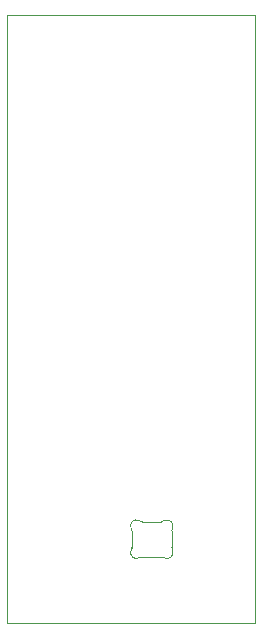
<source format=gbr>
%TF.GenerationSoftware,KiCad,Pcbnew,9.0.6*%
%TF.CreationDate,2026-01-03T15:13:42+00:00*%
%TF.ProjectId,Metaboard,4d657461-626f-4617-9264-2e6b69636164,rev?*%
%TF.SameCoordinates,Original*%
%TF.FileFunction,Profile,NP*%
%FSLAX46Y46*%
G04 Gerber Fmt 4.6, Leading zero omitted, Abs format (unit mm)*
G04 Created by KiCad (PCBNEW 9.0.6) date 2026-01-03 15:13:42*
%MOMM*%
%LPD*%
G01*
G04 APERTURE LIST*
%TA.AperFunction,Profile*%
%ADD10C,0.050000*%
%TD*%
%TA.AperFunction,Profile*%
%ADD11C,0.100000*%
%TD*%
G04 APERTURE END LIST*
D10*
X101100000Y-66500000D02*
X122100000Y-66500000D01*
X122100000Y-117900000D01*
X101100000Y-117900000D01*
X101100000Y-66500000D01*
D11*
%TO.C,D1*%
X111700001Y-110147158D02*
X111700001Y-111552842D01*
X112605548Y-112349999D02*
X114194453Y-112349999D01*
X114194452Y-109350000D02*
X112605548Y-109350000D01*
X115099999Y-111552842D02*
X115099999Y-110147158D01*
X111650516Y-109930280D02*
G75*
G02*
X111700001Y-110147157I-450505J-216876D01*
G01*
X111650516Y-109930280D02*
G75*
G02*
X112353289Y-109281703I450515J216877D01*
G01*
X111700001Y-111552842D02*
G75*
G02*
X111650516Y-111769720I-499990J-2D01*
G01*
X112353289Y-112418299D02*
G75*
G02*
X111650516Y-111769720I-252258J431701D01*
G01*
X112353289Y-112418299D02*
G75*
G02*
X112605547Y-112350000I252253J-431683D01*
G01*
X112605548Y-109350000D02*
G75*
G02*
X112353290Y-109281701I3J500009D01*
G01*
X114194453Y-112349999D02*
G75*
G02*
X114446711Y-112418298I-3J-500010D01*
G01*
X114446711Y-109281701D02*
G75*
G02*
X114194452Y-109349999I-252251J431682D01*
G01*
X114446711Y-109281701D02*
G75*
G02*
X115149481Y-109930280I252259J-431698D01*
G01*
X115099999Y-110147158D02*
G75*
G02*
X115149485Y-109930281I499991J-1D01*
G01*
X115149484Y-111769720D02*
G75*
G02*
X114446711Y-112418298I-450515J-216877D01*
G01*
X115149484Y-111769720D02*
G75*
G02*
X115099981Y-111552843I450516J216921D01*
G01*
%TD*%
M02*

</source>
